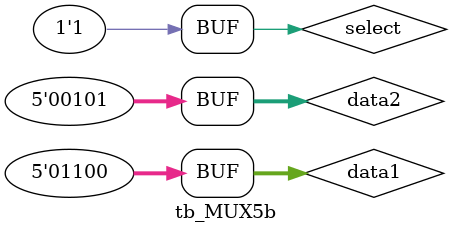
<source format=v>
module tb_MUX5b;
reg [4:0] data1;
reg [4:0] data2;
reg select;

wire [4:0] data_o;

MUX5b uut(
    data1,
    data2,
    select,
    data_o
);

initial begin
    data1 = 5'd12;
    data2 = 5'd37;
    select = 1'b1;
    #10
    select = 1'b0;
    
    #10
    select = 1'b1;
end

endmodule
</source>
